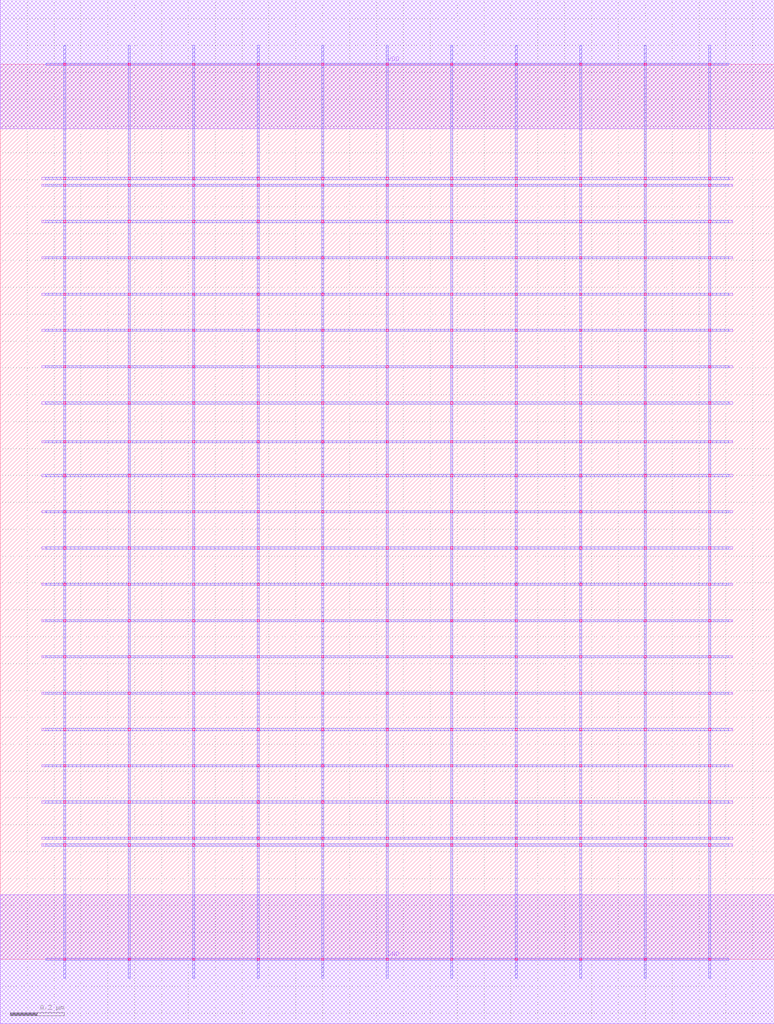
<source format=lef>
MACRO INV
 CLASS CORE ;
 FOREIGN INV 0 0 ;
 SIZE 2.88 BY 3.33 ;
 ORIGIN 0 0 ;
 SYMMETRY X Y R90 ;
 SITE unit ;
  PIN VDD
   DIRECTION INOUT ;
   USE POWER ;
   SHAPE ABUTMENT ;
    PORT
     CLASS CORE ;
       LAYER li1 ;
        RECT 0.00000000 3.09000000 2.88000000 3.57000000 ;
    END
  END VDD

  PIN GND
   DIRECTION INOUT ;
   USE POWER ;
   SHAPE ABUTMENT ;
    PORT
     CLASS CORE ;
       LAYER li1 ;
        RECT 0.00000000 -0.24000000 2.88000000 0.24000000 ;
    END
  END GND

 OBS
    LAYER polycont ;
     RECT 1.43600000 0.98600000 1.44400000 0.99400000 ;
     RECT 1.43600000 1.92100000 1.44400000 1.92900000 ;

    LAYER pdiffc ;
     RECT 0.71600000 2.33600000 0.72400000 2.34400000 ;
     RECT 0.95600000 2.33600000 0.96400000 2.34400000 ;
     RECT 1.91600000 2.33600000 1.92400000 2.34400000 ;
     RECT 2.15600000 2.33600000 2.16400000 2.34400000 ;
     RECT 0.71600000 2.47100000 0.72400000 2.47900000 ;
     RECT 0.95600000 2.47100000 0.96400000 2.47900000 ;
     RECT 1.91600000 2.47100000 1.92400000 2.47900000 ;
     RECT 2.15600000 2.47100000 2.16400000 2.47900000 ;
     RECT 0.71600000 2.60600000 0.72400000 2.61400000 ;
     RECT 0.95600000 2.60600000 0.96400000 2.61400000 ;
     RECT 1.91600000 2.60600000 1.92400000 2.61400000 ;
     RECT 2.15600000 2.60600000 2.16400000 2.61400000 ;
     RECT 0.71600000 2.74100000 0.72400000 2.74900000 ;
     RECT 0.95600000 2.74100000 0.96400000 2.74900000 ;
     RECT 1.91600000 2.74100000 1.92400000 2.74900000 ;
     RECT 2.15600000 2.74100000 2.16400000 2.74900000 ;
     RECT 0.71600000 2.87600000 0.72400000 2.88400000 ;
     RECT 0.95600000 2.87600000 0.96400000 2.88400000 ;
     RECT 1.91600000 2.87600000 1.92400000 2.88400000 ;
     RECT 2.15600000 2.87600000 2.16400000 2.88400000 ;
     RECT 0.71600000 2.90100000 0.72400000 2.90900000 ;
     RECT 0.95600000 2.90100000 0.96400000 2.90900000 ;
     RECT 1.91600000 2.90100000 1.92400000 2.90900000 ;
     RECT 2.15600000 2.90100000 2.16400000 2.90900000 ;

    LAYER ndiffc ;
     RECT 0.71600000 0.42100000 0.72400000 0.42900000 ;
     RECT 0.95600000 0.42100000 0.96400000 0.42900000 ;
     RECT 1.91600000 0.42100000 1.92400000 0.42900000 ;
     RECT 2.15600000 0.42100000 2.16400000 0.42900000 ;
     RECT 0.71600000 0.44600000 0.72400000 0.45400000 ;
     RECT 0.95600000 0.44600000 0.96400000 0.45400000 ;
     RECT 1.91600000 0.44600000 1.92400000 0.45400000 ;
     RECT 2.15600000 0.44600000 2.16400000 0.45400000 ;
     RECT 0.71600000 0.58100000 0.72400000 0.58900000 ;
     RECT 0.95600000 0.58100000 0.96400000 0.58900000 ;
     RECT 1.91600000 0.58100000 1.92400000 0.58900000 ;
     RECT 2.15600000 0.58100000 2.16400000 0.58900000 ;

    LAYER li1 ;
     RECT 0.00000000 -0.24000000 2.88000000 0.24000000 ;
     RECT 1.43600000 0.24000000 1.44400000 0.42100000 ;
     RECT 0.15500000 0.42100000 2.72500000 0.42900000 ;
     RECT 1.43600000 0.42900000 1.44400000 0.44600000 ;
     RECT 0.15500000 0.44600000 2.72500000 0.45400000 ;
     RECT 1.43600000 0.45400000 1.44400000 0.58100000 ;
     RECT 0.15500000 0.58100000 2.72500000 0.58900000 ;
     RECT 1.43600000 0.58900000 1.44400000 0.71600000 ;
     RECT 0.15500000 0.71600000 2.72500000 0.72400000 ;
     RECT 1.43600000 0.72400000 1.44400000 0.85100000 ;
     RECT 0.15500000 0.85100000 2.72500000 0.85900000 ;
     RECT 1.43600000 0.85900000 1.44400000 0.98600000 ;
     RECT 0.15500000 0.98600000 2.72500000 0.99400000 ;
     RECT 1.43600000 0.99400000 1.44400000 1.12100000 ;
     RECT 0.15500000 1.12100000 2.72500000 1.12900000 ;
     RECT 1.43600000 1.12900000 1.44400000 1.25600000 ;
     RECT 0.15500000 1.25600000 2.72500000 1.26400000 ;
     RECT 1.43600000 1.26400000 1.44400000 1.39100000 ;
     RECT 0.15500000 1.39100000 2.72500000 1.39900000 ;
     RECT 1.43600000 1.39900000 1.44400000 1.52600000 ;
     RECT 0.15500000 1.52600000 2.72500000 1.53400000 ;
     RECT 1.43600000 1.53400000 1.44400000 1.66100000 ;
     RECT 0.15500000 1.66100000 2.72500000 1.66900000 ;
     RECT 1.43600000 1.66900000 1.44400000 1.79600000 ;
     RECT 0.15500000 1.79600000 2.72500000 1.80400000 ;
     RECT 1.43600000 1.80400000 1.44400000 1.92100000 ;
     RECT 0.15500000 1.92100000 2.72500000 1.92900000 ;
     RECT 1.43600000 1.92900000 1.44400000 2.06600000 ;
     RECT 0.15500000 2.06600000 2.72500000 2.07400000 ;
     RECT 1.43600000 2.07400000 1.44400000 2.20100000 ;
     RECT 0.15500000 2.20100000 2.72500000 2.20900000 ;
     RECT 1.43600000 2.20900000 1.44400000 2.33600000 ;
     RECT 0.15500000 2.33600000 2.72500000 2.34400000 ;
     RECT 1.43600000 2.34400000 1.44400000 2.47100000 ;
     RECT 0.15500000 2.47100000 2.72500000 2.47900000 ;
     RECT 1.43600000 2.47900000 1.44400000 2.60600000 ;
     RECT 0.15500000 2.60600000 2.72500000 2.61400000 ;
     RECT 1.43600000 2.61400000 1.44400000 2.74100000 ;
     RECT 0.15500000 2.74100000 2.72500000 2.74900000 ;
     RECT 1.43600000 2.74900000 1.44400000 2.87600000 ;
     RECT 0.15500000 2.87600000 2.72500000 2.88400000 ;
     RECT 1.43600000 2.88400000 1.44400000 2.90100000 ;
     RECT 0.15500000 2.90100000 2.72500000 2.90900000 ;
     RECT 1.43600000 2.90900000 1.44400000 3.09000000 ;
     RECT 0.00000000 3.09000000 2.88000000 3.57000000 ;
     RECT 1.67600000 2.07400000 1.68400000 2.20100000 ;
     RECT 1.91600000 2.07400000 1.92400000 2.20100000 ;
     RECT 2.15600000 2.07400000 2.16400000 2.20100000 ;
     RECT 2.39600000 2.07400000 2.40400000 2.20100000 ;
     RECT 2.63600000 2.07400000 2.64400000 2.20100000 ;
     RECT 1.91600000 1.66900000 1.92400000 1.79600000 ;
     RECT 1.67600000 1.80400000 1.68400000 1.92100000 ;
     RECT 1.67600000 2.20900000 1.68400000 2.33600000 ;
     RECT 1.91600000 2.20900000 1.92400000 2.33600000 ;
     RECT 2.15600000 2.20900000 2.16400000 2.33600000 ;
     RECT 2.39600000 2.20900000 2.40400000 2.33600000 ;
     RECT 2.63600000 2.20900000 2.64400000 2.33600000 ;
     RECT 1.91600000 1.80400000 1.92400000 1.92100000 ;
     RECT 2.15600000 1.80400000 2.16400000 1.92100000 ;
     RECT 1.67600000 2.34400000 1.68400000 2.47100000 ;
     RECT 1.91600000 2.34400000 1.92400000 2.47100000 ;
     RECT 2.15600000 2.34400000 2.16400000 2.47100000 ;
     RECT 2.39600000 2.34400000 2.40400000 2.47100000 ;
     RECT 2.63600000 2.34400000 2.64400000 2.47100000 ;
     RECT 2.39600000 1.80400000 2.40400000 1.92100000 ;
     RECT 2.63600000 1.80400000 2.64400000 1.92100000 ;
     RECT 1.67600000 2.47900000 1.68400000 2.60600000 ;
     RECT 1.91600000 2.47900000 1.92400000 2.60600000 ;
     RECT 2.15600000 2.47900000 2.16400000 2.60600000 ;
     RECT 2.39600000 2.47900000 2.40400000 2.60600000 ;
     RECT 2.63600000 2.47900000 2.64400000 2.60600000 ;
     RECT 2.15600000 1.66900000 2.16400000 1.79600000 ;
     RECT 2.39600000 1.66900000 2.40400000 1.79600000 ;
     RECT 1.67600000 2.61400000 1.68400000 2.74100000 ;
     RECT 1.91600000 2.61400000 1.92400000 2.74100000 ;
     RECT 2.15600000 2.61400000 2.16400000 2.74100000 ;
     RECT 2.39600000 2.61400000 2.40400000 2.74100000 ;
     RECT 2.63600000 2.61400000 2.64400000 2.74100000 ;
     RECT 1.67600000 1.92900000 1.68400000 2.06600000 ;
     RECT 1.91600000 1.92900000 1.92400000 2.06600000 ;
     RECT 1.67600000 2.74900000 1.68400000 2.87600000 ;
     RECT 1.91600000 2.74900000 1.92400000 2.87600000 ;
     RECT 2.15600000 2.74900000 2.16400000 2.87600000 ;
     RECT 2.39600000 2.74900000 2.40400000 2.87600000 ;
     RECT 2.63600000 2.74900000 2.64400000 2.87600000 ;
     RECT 2.15600000 1.92900000 2.16400000 2.06600000 ;
     RECT 2.39600000 1.92900000 2.40400000 2.06600000 ;
     RECT 1.67600000 2.88400000 1.68400000 2.90100000 ;
     RECT 1.91600000 2.88400000 1.92400000 2.90100000 ;
     RECT 2.15600000 2.88400000 2.16400000 2.90100000 ;
     RECT 2.39600000 2.88400000 2.40400000 2.90100000 ;
     RECT 2.63600000 2.88400000 2.64400000 2.90100000 ;
     RECT 2.63600000 1.92900000 2.64400000 2.06600000 ;
     RECT 2.63600000 1.66900000 2.64400000 1.79600000 ;
     RECT 1.67600000 2.90900000 1.68400000 3.09000000 ;
     RECT 1.91600000 2.90900000 1.92400000 3.09000000 ;
     RECT 2.15600000 2.90900000 2.16400000 3.09000000 ;
     RECT 2.39600000 2.90900000 2.40400000 3.09000000 ;
     RECT 2.63600000 2.90900000 2.64400000 3.09000000 ;
     RECT 1.67600000 1.66900000 1.68400000 1.79600000 ;
     RECT 0.23600000 1.80400000 0.24400000 1.92100000 ;
     RECT 0.47600000 1.80400000 0.48400000 1.92100000 ;
     RECT 0.23600000 1.92900000 0.24400000 2.06600000 ;
     RECT 0.47600000 1.92900000 0.48400000 2.06600000 ;
     RECT 0.71600000 1.92900000 0.72400000 2.06600000 ;
     RECT 0.95600000 1.92900000 0.96400000 2.06600000 ;
     RECT 0.23600000 2.20900000 0.24400000 2.33600000 ;
     RECT 0.23600000 2.61400000 0.24400000 2.74100000 ;
     RECT 0.47600000 2.61400000 0.48400000 2.74100000 ;
     RECT 0.71600000 2.61400000 0.72400000 2.74100000 ;
     RECT 0.95600000 2.61400000 0.96400000 2.74100000 ;
     RECT 1.19600000 2.61400000 1.20400000 2.74100000 ;
     RECT 0.47600000 2.20900000 0.48400000 2.33600000 ;
     RECT 0.71600000 2.20900000 0.72400000 2.33600000 ;
     RECT 0.95600000 2.20900000 0.96400000 2.33600000 ;
     RECT 1.19600000 2.20900000 1.20400000 2.33600000 ;
     RECT 1.19600000 1.92900000 1.20400000 2.06600000 ;
     RECT 0.71600000 1.80400000 0.72400000 1.92100000 ;
     RECT 0.95600000 1.80400000 0.96400000 1.92100000 ;
     RECT 0.23600000 2.74900000 0.24400000 2.87600000 ;
     RECT 0.47600000 2.74900000 0.48400000 2.87600000 ;
     RECT 0.71600000 2.74900000 0.72400000 2.87600000 ;
     RECT 0.95600000 2.74900000 0.96400000 2.87600000 ;
     RECT 1.19600000 2.74900000 1.20400000 2.87600000 ;
     RECT 1.19600000 1.80400000 1.20400000 1.92100000 ;
     RECT 0.71600000 1.66900000 0.72400000 1.79600000 ;
     RECT 0.95600000 1.66900000 0.96400000 1.79600000 ;
     RECT 1.19600000 1.66900000 1.20400000 1.79600000 ;
     RECT 0.23600000 2.34400000 0.24400000 2.47100000 ;
     RECT 0.47600000 2.34400000 0.48400000 2.47100000 ;
     RECT 0.71600000 2.34400000 0.72400000 2.47100000 ;
     RECT 0.23600000 2.88400000 0.24400000 2.90100000 ;
     RECT 0.47600000 2.88400000 0.48400000 2.90100000 ;
     RECT 0.71600000 2.88400000 0.72400000 2.90100000 ;
     RECT 0.95600000 2.88400000 0.96400000 2.90100000 ;
     RECT 1.19600000 2.88400000 1.20400000 2.90100000 ;
     RECT 0.95600000 2.34400000 0.96400000 2.47100000 ;
     RECT 1.19600000 2.34400000 1.20400000 2.47100000 ;
     RECT 0.23600000 1.66900000 0.24400000 1.79600000 ;
     RECT 0.23600000 2.07400000 0.24400000 2.20100000 ;
     RECT 0.47600000 2.07400000 0.48400000 2.20100000 ;
     RECT 0.71600000 2.07400000 0.72400000 2.20100000 ;
     RECT 0.95600000 2.07400000 0.96400000 2.20100000 ;
     RECT 0.23600000 2.90900000 0.24400000 3.09000000 ;
     RECT 0.47600000 2.90900000 0.48400000 3.09000000 ;
     RECT 0.71600000 2.90900000 0.72400000 3.09000000 ;
     RECT 0.95600000 2.90900000 0.96400000 3.09000000 ;
     RECT 1.19600000 2.90900000 1.20400000 3.09000000 ;
     RECT 1.19600000 2.07400000 1.20400000 2.20100000 ;
     RECT 0.47600000 1.66900000 0.48400000 1.79600000 ;
     RECT 0.23600000 2.47900000 0.24400000 2.60600000 ;
     RECT 0.47600000 2.47900000 0.48400000 2.60600000 ;
     RECT 0.71600000 2.47900000 0.72400000 2.60600000 ;
     RECT 0.95600000 2.47900000 0.96400000 2.60600000 ;
     RECT 1.19600000 2.47900000 1.20400000 2.60600000 ;
     RECT 0.71600000 0.99400000 0.72400000 1.12100000 ;
     RECT 0.95600000 0.99400000 0.96400000 1.12100000 ;
     RECT 1.19600000 0.99400000 1.20400000 1.12100000 ;
     RECT 0.71600000 0.24000000 0.72400000 0.42100000 ;
     RECT 0.95600000 0.24000000 0.96400000 0.42100000 ;
     RECT 0.23600000 1.12900000 0.24400000 1.25600000 ;
     RECT 0.47600000 1.12900000 0.48400000 1.25600000 ;
     RECT 0.71600000 1.12900000 0.72400000 1.25600000 ;
     RECT 0.95600000 1.12900000 0.96400000 1.25600000 ;
     RECT 1.19600000 1.12900000 1.20400000 1.25600000 ;
     RECT 0.23600000 0.45400000 0.24400000 0.58100000 ;
     RECT 0.47600000 0.45400000 0.48400000 0.58100000 ;
     RECT 0.23600000 1.26400000 0.24400000 1.39100000 ;
     RECT 0.47600000 1.26400000 0.48400000 1.39100000 ;
     RECT 0.71600000 1.26400000 0.72400000 1.39100000 ;
     RECT 0.95600000 1.26400000 0.96400000 1.39100000 ;
     RECT 1.19600000 1.26400000 1.20400000 1.39100000 ;
     RECT 0.71600000 0.45400000 0.72400000 0.58100000 ;
     RECT 0.95600000 0.45400000 0.96400000 0.58100000 ;
     RECT 0.23600000 1.39900000 0.24400000 1.52600000 ;
     RECT 0.47600000 1.39900000 0.48400000 1.52600000 ;
     RECT 0.71600000 1.39900000 0.72400000 1.52600000 ;
     RECT 0.95600000 1.39900000 0.96400000 1.52600000 ;
     RECT 1.19600000 1.39900000 1.20400000 1.52600000 ;
     RECT 1.19600000 0.45400000 1.20400000 0.58100000 ;
     RECT 1.19600000 0.24000000 1.20400000 0.42100000 ;
     RECT 0.23600000 1.53400000 0.24400000 1.66100000 ;
     RECT 0.47600000 1.53400000 0.48400000 1.66100000 ;
     RECT 0.71600000 1.53400000 0.72400000 1.66100000 ;
     RECT 0.95600000 1.53400000 0.96400000 1.66100000 ;
     RECT 1.19600000 1.53400000 1.20400000 1.66100000 ;
     RECT 0.23600000 0.24000000 0.24400000 0.42100000 ;
     RECT 0.23600000 0.58900000 0.24400000 0.71600000 ;
     RECT 0.47600000 0.58900000 0.48400000 0.71600000 ;
     RECT 0.71600000 0.58900000 0.72400000 0.71600000 ;
     RECT 0.95600000 0.58900000 0.96400000 0.71600000 ;
     RECT 1.19600000 0.58900000 1.20400000 0.71600000 ;
     RECT 0.47600000 0.24000000 0.48400000 0.42100000 ;
     RECT 0.23600000 0.42900000 0.24400000 0.44600000 ;
     RECT 0.23600000 0.72400000 0.24400000 0.85100000 ;
     RECT 0.47600000 0.72400000 0.48400000 0.85100000 ;
     RECT 0.71600000 0.72400000 0.72400000 0.85100000 ;
     RECT 0.95600000 0.72400000 0.96400000 0.85100000 ;
     RECT 1.19600000 0.72400000 1.20400000 0.85100000 ;
     RECT 0.47600000 0.42900000 0.48400000 0.44600000 ;
     RECT 0.71600000 0.42900000 0.72400000 0.44600000 ;
     RECT 0.23600000 0.85900000 0.24400000 0.98600000 ;
     RECT 0.47600000 0.85900000 0.48400000 0.98600000 ;
     RECT 0.71600000 0.85900000 0.72400000 0.98600000 ;
     RECT 0.95600000 0.85900000 0.96400000 0.98600000 ;
     RECT 1.19600000 0.85900000 1.20400000 0.98600000 ;
     RECT 0.95600000 0.42900000 0.96400000 0.44600000 ;
     RECT 1.19600000 0.42900000 1.20400000 0.44600000 ;
     RECT 0.23600000 0.99400000 0.24400000 1.12100000 ;
     RECT 0.47600000 0.99400000 0.48400000 1.12100000 ;
     RECT 2.63600000 0.45400000 2.64400000 0.58100000 ;
     RECT 2.15600000 0.42900000 2.16400000 0.44600000 ;
     RECT 2.39600000 0.42900000 2.40400000 0.44600000 ;
     RECT 1.67600000 1.26400000 1.68400000 1.39100000 ;
     RECT 1.91600000 1.26400000 1.92400000 1.39100000 ;
     RECT 2.15600000 1.26400000 2.16400000 1.39100000 ;
     RECT 2.39600000 1.26400000 2.40400000 1.39100000 ;
     RECT 2.63600000 1.26400000 2.64400000 1.39100000 ;
     RECT 2.63600000 0.42900000 2.64400000 0.44600000 ;
     RECT 2.15600000 0.24000000 2.16400000 0.42100000 ;
     RECT 2.39600000 0.24000000 2.40400000 0.42100000 ;
     RECT 2.63600000 0.24000000 2.64400000 0.42100000 ;
     RECT 1.67600000 0.85900000 1.68400000 0.98600000 ;
     RECT 1.91600000 0.85900000 1.92400000 0.98600000 ;
     RECT 2.15600000 0.85900000 2.16400000 0.98600000 ;
     RECT 1.67600000 1.39900000 1.68400000 1.52600000 ;
     RECT 1.91600000 1.39900000 1.92400000 1.52600000 ;
     RECT 2.15600000 1.39900000 2.16400000 1.52600000 ;
     RECT 2.39600000 1.39900000 2.40400000 1.52600000 ;
     RECT 2.63600000 1.39900000 2.64400000 1.52600000 ;
     RECT 2.39600000 0.85900000 2.40400000 0.98600000 ;
     RECT 2.63600000 0.85900000 2.64400000 0.98600000 ;
     RECT 1.67600000 0.24000000 1.68400000 0.42100000 ;
     RECT 1.67600000 0.58900000 1.68400000 0.71600000 ;
     RECT 1.91600000 0.58900000 1.92400000 0.71600000 ;
     RECT 2.15600000 0.58900000 2.16400000 0.71600000 ;
     RECT 2.39600000 0.58900000 2.40400000 0.71600000 ;
     RECT 1.67600000 1.53400000 1.68400000 1.66100000 ;
     RECT 1.91600000 1.53400000 1.92400000 1.66100000 ;
     RECT 2.15600000 1.53400000 2.16400000 1.66100000 ;
     RECT 2.39600000 1.53400000 2.40400000 1.66100000 ;
     RECT 2.63600000 1.53400000 2.64400000 1.66100000 ;
     RECT 2.63600000 0.58900000 2.64400000 0.71600000 ;
     RECT 1.91600000 0.24000000 1.92400000 0.42100000 ;
     RECT 1.67600000 0.99400000 1.68400000 1.12100000 ;
     RECT 1.91600000 0.99400000 1.92400000 1.12100000 ;
     RECT 2.15600000 0.99400000 2.16400000 1.12100000 ;
     RECT 2.39600000 0.99400000 2.40400000 1.12100000 ;
     RECT 2.63600000 0.99400000 2.64400000 1.12100000 ;
     RECT 1.67600000 0.42900000 1.68400000 0.44600000 ;
     RECT 1.91600000 0.42900000 1.92400000 0.44600000 ;
     RECT 1.67600000 0.45400000 1.68400000 0.58100000 ;
     RECT 1.91600000 0.45400000 1.92400000 0.58100000 ;
     RECT 2.15600000 0.45400000 2.16400000 0.58100000 ;
     RECT 2.39600000 0.45400000 2.40400000 0.58100000 ;
     RECT 1.67600000 0.72400000 1.68400000 0.85100000 ;
     RECT 1.67600000 1.12900000 1.68400000 1.25600000 ;
     RECT 1.91600000 1.12900000 1.92400000 1.25600000 ;
     RECT 2.15600000 1.12900000 2.16400000 1.25600000 ;
     RECT 2.39600000 1.12900000 2.40400000 1.25600000 ;
     RECT 2.63600000 1.12900000 2.64400000 1.25600000 ;
     RECT 1.91600000 0.72400000 1.92400000 0.85100000 ;
     RECT 2.15600000 0.72400000 2.16400000 0.85100000 ;
     RECT 2.39600000 0.72400000 2.40400000 0.85100000 ;
     RECT 2.63600000 0.72400000 2.64400000 0.85100000 ;

    LAYER viali ;
     RECT 1.43600000 -0.00400000 1.44400000 0.00400000 ;
     RECT 1.43600000 0.42100000 1.44400000 0.42900000 ;
     RECT 1.43600000 0.44600000 1.44400000 0.45400000 ;
     RECT 1.43600000 0.58100000 1.44400000 0.58900000 ;
     RECT 1.43600000 0.71600000 1.44400000 0.72400000 ;
     RECT 1.43600000 0.85100000 1.44400000 0.85900000 ;
     RECT 1.43600000 0.98600000 1.44400000 0.99400000 ;
     RECT 1.43600000 1.12100000 1.44400000 1.12900000 ;
     RECT 1.43600000 1.25600000 1.44400000 1.26400000 ;
     RECT 1.43600000 1.39100000 1.44400000 1.39900000 ;
     RECT 1.43600000 1.52600000 1.44400000 1.53400000 ;
     RECT 0.23600000 1.66100000 0.24400000 1.66900000 ;
     RECT 0.47600000 1.66100000 0.48400000 1.66900000 ;
     RECT 0.71600000 1.66100000 0.72400000 1.66900000 ;
     RECT 0.95600000 1.66100000 0.96400000 1.66900000 ;
     RECT 1.19600000 1.66100000 1.20400000 1.66900000 ;
     RECT 1.43600000 1.66100000 1.44400000 1.66900000 ;
     RECT 1.67600000 1.66100000 1.68400000 1.66900000 ;
     RECT 1.91600000 1.66100000 1.92400000 1.66900000 ;
     RECT 2.15600000 1.66100000 2.16400000 1.66900000 ;
     RECT 2.39600000 1.66100000 2.40400000 1.66900000 ;
     RECT 2.63600000 1.66100000 2.64400000 1.66900000 ;
     RECT 1.43600000 1.79600000 1.44400000 1.80400000 ;
     RECT 1.43600000 1.92100000 1.44400000 1.92900000 ;
     RECT 1.43600000 2.06600000 1.44400000 2.07400000 ;
     RECT 1.43600000 2.20100000 1.44400000 2.20900000 ;
     RECT 1.43600000 2.33600000 1.44400000 2.34400000 ;
     RECT 1.43600000 2.47100000 1.44400000 2.47900000 ;
     RECT 1.43600000 2.60600000 1.44400000 2.61400000 ;
     RECT 1.43600000 2.74100000 1.44400000 2.74900000 ;
     RECT 1.43600000 2.87600000 1.44400000 2.88400000 ;
     RECT 1.43600000 2.90100000 1.44400000 2.90900000 ;
     RECT 1.43600000 3.32600000 1.44400000 3.33400000 ;
     RECT 2.63600000 1.92100000 2.64400000 1.92900000 ;
     RECT 1.91600000 1.79600000 1.92400000 1.80400000 ;
     RECT 1.67600000 2.06600000 1.68400000 2.07400000 ;
     RECT 1.91600000 2.06600000 1.92400000 2.07400000 ;
     RECT 2.15600000 2.06600000 2.16400000 2.07400000 ;
     RECT 2.39600000 2.06600000 2.40400000 2.07400000 ;
     RECT 2.63600000 2.06600000 2.64400000 2.07400000 ;
     RECT 2.15600000 1.79600000 2.16400000 1.80400000 ;
     RECT 1.67600000 2.20100000 1.68400000 2.20900000 ;
     RECT 1.91600000 2.20100000 1.92400000 2.20900000 ;
     RECT 2.15600000 2.20100000 2.16400000 2.20900000 ;
     RECT 2.39600000 2.20100000 2.40400000 2.20900000 ;
     RECT 2.63600000 2.20100000 2.64400000 2.20900000 ;
     RECT 2.39600000 1.79600000 2.40400000 1.80400000 ;
     RECT 1.67600000 2.33600000 1.68400000 2.34400000 ;
     RECT 1.91600000 2.33600000 1.92400000 2.34400000 ;
     RECT 2.15600000 2.33600000 2.16400000 2.34400000 ;
     RECT 2.39600000 2.33600000 2.40400000 2.34400000 ;
     RECT 2.63600000 2.33600000 2.64400000 2.34400000 ;
     RECT 2.63600000 1.79600000 2.64400000 1.80400000 ;
     RECT 1.67600000 2.47100000 1.68400000 2.47900000 ;
     RECT 1.91600000 2.47100000 1.92400000 2.47900000 ;
     RECT 2.15600000 2.47100000 2.16400000 2.47900000 ;
     RECT 2.39600000 2.47100000 2.40400000 2.47900000 ;
     RECT 2.63600000 2.47100000 2.64400000 2.47900000 ;
     RECT 1.67600000 1.79600000 1.68400000 1.80400000 ;
     RECT 1.67600000 2.60600000 1.68400000 2.61400000 ;
     RECT 1.91600000 2.60600000 1.92400000 2.61400000 ;
     RECT 2.15600000 2.60600000 2.16400000 2.61400000 ;
     RECT 2.39600000 2.60600000 2.40400000 2.61400000 ;
     RECT 2.63600000 2.60600000 2.64400000 2.61400000 ;
     RECT 1.67600000 1.92100000 1.68400000 1.92900000 ;
     RECT 1.67600000 2.74100000 1.68400000 2.74900000 ;
     RECT 1.91600000 2.74100000 1.92400000 2.74900000 ;
     RECT 2.15600000 2.74100000 2.16400000 2.74900000 ;
     RECT 2.39600000 2.74100000 2.40400000 2.74900000 ;
     RECT 2.63600000 2.74100000 2.64400000 2.74900000 ;
     RECT 1.91600000 1.92100000 1.92400000 1.92900000 ;
     RECT 1.67600000 2.87600000 1.68400000 2.88400000 ;
     RECT 1.91600000 2.87600000 1.92400000 2.88400000 ;
     RECT 2.15600000 2.87600000 2.16400000 2.88400000 ;
     RECT 2.39600000 2.87600000 2.40400000 2.88400000 ;
     RECT 2.63600000 2.87600000 2.64400000 2.88400000 ;
     RECT 2.15600000 1.92100000 2.16400000 1.92900000 ;
     RECT 1.67600000 2.90100000 1.68400000 2.90900000 ;
     RECT 1.91600000 2.90100000 1.92400000 2.90900000 ;
     RECT 2.15600000 2.90100000 2.16400000 2.90900000 ;
     RECT 2.39600000 2.90100000 2.40400000 2.90900000 ;
     RECT 2.63600000 2.90100000 2.64400000 2.90900000 ;
     RECT 2.39600000 1.92100000 2.40400000 1.92900000 ;
     RECT 1.67600000 3.32600000 1.68400000 3.33400000 ;
     RECT 1.91600000 3.32600000 1.92400000 3.33400000 ;
     RECT 2.15600000 3.32600000 2.16400000 3.33400000 ;
     RECT 2.39600000 3.32600000 2.40400000 3.33400000 ;
     RECT 2.63600000 3.32600000 2.64400000 3.33400000 ;
     RECT 0.23600000 2.60600000 0.24400000 2.61400000 ;
     RECT 0.47600000 2.60600000 0.48400000 2.61400000 ;
     RECT 0.71600000 2.60600000 0.72400000 2.61400000 ;
     RECT 0.95600000 2.60600000 0.96400000 2.61400000 ;
     RECT 1.19600000 2.60600000 1.20400000 2.61400000 ;
     RECT 0.95600000 2.20100000 0.96400000 2.20900000 ;
     RECT 1.19600000 2.20100000 1.20400000 2.20900000 ;
     RECT 0.95600000 1.79600000 0.96400000 1.80400000 ;
     RECT 1.19600000 1.79600000 1.20400000 1.80400000 ;
     RECT 0.23600000 1.79600000 0.24400000 1.80400000 ;
     RECT 0.23600000 1.92100000 0.24400000 1.92900000 ;
     RECT 0.23600000 2.74100000 0.24400000 2.74900000 ;
     RECT 0.47600000 2.74100000 0.48400000 2.74900000 ;
     RECT 0.71600000 2.74100000 0.72400000 2.74900000 ;
     RECT 0.95600000 2.74100000 0.96400000 2.74900000 ;
     RECT 1.19600000 2.74100000 1.20400000 2.74900000 ;
     RECT 0.23600000 2.06600000 0.24400000 2.07400000 ;
     RECT 0.47600000 2.06600000 0.48400000 2.07400000 ;
     RECT 0.23600000 2.33600000 0.24400000 2.34400000 ;
     RECT 0.47600000 2.33600000 0.48400000 2.34400000 ;
     RECT 0.71600000 2.33600000 0.72400000 2.34400000 ;
     RECT 0.95600000 2.33600000 0.96400000 2.34400000 ;
     RECT 0.23600000 2.87600000 0.24400000 2.88400000 ;
     RECT 0.47600000 2.87600000 0.48400000 2.88400000 ;
     RECT 0.71600000 2.87600000 0.72400000 2.88400000 ;
     RECT 0.95600000 2.87600000 0.96400000 2.88400000 ;
     RECT 1.19600000 2.87600000 1.20400000 2.88400000 ;
     RECT 1.19600000 2.33600000 1.20400000 2.34400000 ;
     RECT 0.71600000 2.06600000 0.72400000 2.07400000 ;
     RECT 0.95600000 2.06600000 0.96400000 2.07400000 ;
     RECT 1.19600000 2.06600000 1.20400000 2.07400000 ;
     RECT 0.47600000 1.92100000 0.48400000 1.92900000 ;
     RECT 0.71600000 1.92100000 0.72400000 1.92900000 ;
     RECT 0.23600000 2.90100000 0.24400000 2.90900000 ;
     RECT 0.47600000 2.90100000 0.48400000 2.90900000 ;
     RECT 0.71600000 2.90100000 0.72400000 2.90900000 ;
     RECT 0.95600000 2.90100000 0.96400000 2.90900000 ;
     RECT 1.19600000 2.90100000 1.20400000 2.90900000 ;
     RECT 0.95600000 1.92100000 0.96400000 1.92900000 ;
     RECT 0.23600000 2.47100000 0.24400000 2.47900000 ;
     RECT 0.47600000 2.47100000 0.48400000 2.47900000 ;
     RECT 0.71600000 2.47100000 0.72400000 2.47900000 ;
     RECT 0.95600000 2.47100000 0.96400000 2.47900000 ;
     RECT 1.19600000 2.47100000 1.20400000 2.47900000 ;
     RECT 0.23600000 3.32600000 0.24400000 3.33400000 ;
     RECT 0.47600000 3.32600000 0.48400000 3.33400000 ;
     RECT 0.71600000 3.32600000 0.72400000 3.33400000 ;
     RECT 0.95600000 3.32600000 0.96400000 3.33400000 ;
     RECT 1.19600000 3.32600000 1.20400000 3.33400000 ;
     RECT 1.19600000 1.92100000 1.20400000 1.92900000 ;
     RECT 0.47600000 1.79600000 0.48400000 1.80400000 ;
     RECT 0.71600000 1.79600000 0.72400000 1.80400000 ;
     RECT 0.23600000 2.20100000 0.24400000 2.20900000 ;
     RECT 0.47600000 2.20100000 0.48400000 2.20900000 ;
     RECT 0.71600000 2.20100000 0.72400000 2.20900000 ;
     RECT 0.95600000 0.85100000 0.96400000 0.85900000 ;
     RECT 1.19600000 0.85100000 1.20400000 0.85900000 ;
     RECT 0.23600000 -0.00400000 0.24400000 0.00400000 ;
     RECT 0.23600000 0.98600000 0.24400000 0.99400000 ;
     RECT 0.47600000 0.98600000 0.48400000 0.99400000 ;
     RECT 0.71600000 0.98600000 0.72400000 0.99400000 ;
     RECT 0.95600000 0.98600000 0.96400000 0.99400000 ;
     RECT 1.19600000 0.98600000 1.20400000 0.99400000 ;
     RECT 0.23600000 0.42100000 0.24400000 0.42900000 ;
     RECT 0.23600000 1.12100000 0.24400000 1.12900000 ;
     RECT 0.47600000 1.12100000 0.48400000 1.12900000 ;
     RECT 0.71600000 1.12100000 0.72400000 1.12900000 ;
     RECT 0.95600000 1.12100000 0.96400000 1.12900000 ;
     RECT 1.19600000 1.12100000 1.20400000 1.12900000 ;
     RECT 0.47600000 0.42100000 0.48400000 0.42900000 ;
     RECT 0.23600000 1.25600000 0.24400000 1.26400000 ;
     RECT 0.47600000 1.25600000 0.48400000 1.26400000 ;
     RECT 0.71600000 1.25600000 0.72400000 1.26400000 ;
     RECT 0.95600000 1.25600000 0.96400000 1.26400000 ;
     RECT 1.19600000 1.25600000 1.20400000 1.26400000 ;
     RECT 0.71600000 0.42100000 0.72400000 0.42900000 ;
     RECT 0.23600000 1.39100000 0.24400000 1.39900000 ;
     RECT 0.47600000 1.39100000 0.48400000 1.39900000 ;
     RECT 0.71600000 1.39100000 0.72400000 1.39900000 ;
     RECT 0.95600000 1.39100000 0.96400000 1.39900000 ;
     RECT 1.19600000 1.39100000 1.20400000 1.39900000 ;
     RECT 0.95600000 0.42100000 0.96400000 0.42900000 ;
     RECT 0.23600000 1.52600000 0.24400000 1.53400000 ;
     RECT 0.47600000 1.52600000 0.48400000 1.53400000 ;
     RECT 0.71600000 1.52600000 0.72400000 1.53400000 ;
     RECT 0.95600000 1.52600000 0.96400000 1.53400000 ;
     RECT 1.19600000 1.52600000 1.20400000 1.53400000 ;
     RECT 1.19600000 0.42100000 1.20400000 0.42900000 ;
     RECT 0.47600000 -0.00400000 0.48400000 0.00400000 ;
     RECT 0.23600000 0.44600000 0.24400000 0.45400000 ;
     RECT 0.47600000 0.44600000 0.48400000 0.45400000 ;
     RECT 0.71600000 0.44600000 0.72400000 0.45400000 ;
     RECT 0.95600000 0.44600000 0.96400000 0.45400000 ;
     RECT 1.19600000 0.44600000 1.20400000 0.45400000 ;
     RECT 0.71600000 -0.00400000 0.72400000 0.00400000 ;
     RECT 0.23600000 0.58100000 0.24400000 0.58900000 ;
     RECT 0.47600000 0.58100000 0.48400000 0.58900000 ;
     RECT 0.71600000 0.58100000 0.72400000 0.58900000 ;
     RECT 0.95600000 0.58100000 0.96400000 0.58900000 ;
     RECT 1.19600000 0.58100000 1.20400000 0.58900000 ;
     RECT 0.95600000 -0.00400000 0.96400000 0.00400000 ;
     RECT 0.23600000 0.71600000 0.24400000 0.72400000 ;
     RECT 0.47600000 0.71600000 0.48400000 0.72400000 ;
     RECT 0.71600000 0.71600000 0.72400000 0.72400000 ;
     RECT 0.95600000 0.71600000 0.96400000 0.72400000 ;
     RECT 1.19600000 0.71600000 1.20400000 0.72400000 ;
     RECT 1.19600000 -0.00400000 1.20400000 0.00400000 ;
     RECT 0.23600000 0.85100000 0.24400000 0.85900000 ;
     RECT 0.47600000 0.85100000 0.48400000 0.85900000 ;
     RECT 0.71600000 0.85100000 0.72400000 0.85900000 ;
     RECT 1.67600000 0.44600000 1.68400000 0.45400000 ;
     RECT 1.91600000 0.44600000 1.92400000 0.45400000 ;
     RECT 1.67600000 0.71600000 1.68400000 0.72400000 ;
     RECT 1.91600000 0.71600000 1.92400000 0.72400000 ;
     RECT 2.15600000 0.71600000 2.16400000 0.72400000 ;
     RECT 2.39600000 0.71600000 2.40400000 0.72400000 ;
     RECT 1.67600000 1.25600000 1.68400000 1.26400000 ;
     RECT 1.91600000 1.25600000 1.92400000 1.26400000 ;
     RECT 2.15600000 1.25600000 2.16400000 1.26400000 ;
     RECT 2.39600000 1.25600000 2.40400000 1.26400000 ;
     RECT 2.63600000 1.25600000 2.64400000 1.26400000 ;
     RECT 2.63600000 0.71600000 2.64400000 0.72400000 ;
     RECT 2.15600000 0.44600000 2.16400000 0.45400000 ;
     RECT 2.39600000 0.44600000 2.40400000 0.45400000 ;
     RECT 2.63600000 0.44600000 2.64400000 0.45400000 ;
     RECT 1.91600000 0.42100000 1.92400000 0.42900000 ;
     RECT 2.15600000 0.42100000 2.16400000 0.42900000 ;
     RECT 1.67600000 1.39100000 1.68400000 1.39900000 ;
     RECT 1.91600000 1.39100000 1.92400000 1.39900000 ;
     RECT 2.15600000 1.39100000 2.16400000 1.39900000 ;
     RECT 2.39600000 1.39100000 2.40400000 1.39900000 ;
     RECT 2.63600000 1.39100000 2.64400000 1.39900000 ;
     RECT 2.39600000 0.42100000 2.40400000 0.42900000 ;
     RECT 1.67600000 0.85100000 1.68400000 0.85900000 ;
     RECT 1.91600000 0.85100000 1.92400000 0.85900000 ;
     RECT 2.15600000 0.85100000 2.16400000 0.85900000 ;
     RECT 2.39600000 0.85100000 2.40400000 0.85900000 ;
     RECT 2.63600000 0.85100000 2.64400000 0.85900000 ;
     RECT 1.67600000 1.52600000 1.68400000 1.53400000 ;
     RECT 1.91600000 1.52600000 1.92400000 1.53400000 ;
     RECT 2.15600000 1.52600000 2.16400000 1.53400000 ;
     RECT 2.39600000 1.52600000 2.40400000 1.53400000 ;
     RECT 2.63600000 1.52600000 2.64400000 1.53400000 ;
     RECT 2.63600000 0.42100000 2.64400000 0.42900000 ;
     RECT 1.91600000 -0.00400000 1.92400000 0.00400000 ;
     RECT 2.15600000 -0.00400000 2.16400000 0.00400000 ;
     RECT 1.67600000 0.58100000 1.68400000 0.58900000 ;
     RECT 1.91600000 0.58100000 1.92400000 0.58900000 ;
     RECT 2.15600000 0.58100000 2.16400000 0.58900000 ;
     RECT 1.67600000 0.98600000 1.68400000 0.99400000 ;
     RECT 1.91600000 0.98600000 1.92400000 0.99400000 ;
     RECT 2.15600000 0.98600000 2.16400000 0.99400000 ;
     RECT 2.39600000 0.98600000 2.40400000 0.99400000 ;
     RECT 2.63600000 0.98600000 2.64400000 0.99400000 ;
     RECT 2.39600000 0.58100000 2.40400000 0.58900000 ;
     RECT 2.63600000 0.58100000 2.64400000 0.58900000 ;
     RECT 2.39600000 -0.00400000 2.40400000 0.00400000 ;
     RECT 2.63600000 -0.00400000 2.64400000 0.00400000 ;
     RECT 1.67600000 -0.00400000 1.68400000 0.00400000 ;
     RECT 1.67600000 0.42100000 1.68400000 0.42900000 ;
     RECT 1.67600000 1.12100000 1.68400000 1.12900000 ;
     RECT 1.91600000 1.12100000 1.92400000 1.12900000 ;
     RECT 2.15600000 1.12100000 2.16400000 1.12900000 ;
     RECT 2.39600000 1.12100000 2.40400000 1.12900000 ;
     RECT 2.63600000 1.12100000 2.64400000 1.12900000 ;

    LAYER met1 ;
     RECT 1.43600000 -0.07000000 1.44400000 -0.00400000 ;
     RECT 0.17000000 -0.00400000 2.71000000 0.00400000 ;
     RECT 1.43600000 0.00400000 1.44400000 0.42100000 ;
     RECT 0.17000000 0.42100000 2.71000000 0.42900000 ;
     RECT 1.43600000 0.42900000 1.44400000 0.44600000 ;
     RECT 0.17000000 0.44600000 2.71000000 0.45400000 ;
     RECT 1.43600000 0.45400000 1.44400000 0.58100000 ;
     RECT 0.17000000 0.58100000 2.71000000 0.58900000 ;
     RECT 1.43600000 0.58900000 1.44400000 0.71600000 ;
     RECT 0.17000000 0.71600000 2.71000000 0.72400000 ;
     RECT 1.43600000 0.72400000 1.44400000 0.85100000 ;
     RECT 0.17000000 0.85100000 2.71000000 0.85900000 ;
     RECT 1.43600000 0.85900000 1.44400000 0.98600000 ;
     RECT 0.17000000 0.98600000 2.71000000 0.99400000 ;
     RECT 1.43600000 0.99400000 1.44400000 1.12100000 ;
     RECT 0.17000000 1.12100000 2.71000000 1.12900000 ;
     RECT 1.43600000 1.12900000 1.44400000 1.25600000 ;
     RECT 0.17000000 1.25600000 2.71000000 1.26400000 ;
     RECT 1.43600000 1.26400000 1.44400000 1.39100000 ;
     RECT 0.17000000 1.39100000 2.71000000 1.39900000 ;
     RECT 1.43600000 1.39900000 1.44400000 1.52600000 ;
     RECT 0.17000000 1.52600000 2.71000000 1.53400000 ;
     RECT 1.43600000 1.53400000 1.44400000 1.66100000 ;
     RECT 0.17000000 1.66100000 2.71000000 1.66900000 ;
     RECT 1.43600000 1.66900000 1.44400000 1.79600000 ;
     RECT 0.17000000 1.79600000 2.71000000 1.80400000 ;
     RECT 1.43600000 1.80400000 1.44400000 1.92100000 ;
     RECT 0.17000000 1.92100000 2.71000000 1.92900000 ;
     RECT 1.43600000 1.92900000 1.44400000 2.06600000 ;
     RECT 0.17000000 2.06600000 2.71000000 2.07400000 ;
     RECT 1.43600000 2.07400000 1.44400000 2.20100000 ;
     RECT 0.17000000 2.20100000 2.71000000 2.20900000 ;
     RECT 1.43600000 2.20900000 1.44400000 2.33600000 ;
     RECT 0.17000000 2.33600000 2.71000000 2.34400000 ;
     RECT 1.43600000 2.34400000 1.44400000 2.47100000 ;
     RECT 0.17000000 2.47100000 2.71000000 2.47900000 ;
     RECT 1.43600000 2.47900000 1.44400000 2.60600000 ;
     RECT 0.17000000 2.60600000 2.71000000 2.61400000 ;
     RECT 1.43600000 2.61400000 1.44400000 2.74100000 ;
     RECT 0.17000000 2.74100000 2.71000000 2.74900000 ;
     RECT 1.43600000 2.74900000 1.44400000 2.87600000 ;
     RECT 0.17000000 2.87600000 2.71000000 2.88400000 ;
     RECT 1.43600000 2.88400000 1.44400000 2.90100000 ;
     RECT 0.17000000 2.90100000 2.71000000 2.90900000 ;
     RECT 1.43600000 2.90900000 1.44400000 3.32600000 ;
     RECT 0.17000000 3.32600000 2.71000000 3.33400000 ;
     RECT 1.43600000 3.33400000 1.44400000 3.40000000 ;
     RECT 1.91600000 2.07400000 1.92400000 2.20100000 ;
     RECT 2.15600000 2.07400000 2.16400000 2.20100000 ;
     RECT 2.39600000 2.07400000 2.40400000 2.20100000 ;
     RECT 2.63600000 2.07400000 2.64400000 2.20100000 ;
     RECT 1.91600000 1.66900000 1.92400000 1.79600000 ;
     RECT 1.67600000 1.80400000 1.68400000 1.92100000 ;
     RECT 1.67600000 2.20900000 1.68400000 2.33600000 ;
     RECT 1.91600000 2.20900000 1.92400000 2.33600000 ;
     RECT 2.15600000 2.20900000 2.16400000 2.33600000 ;
     RECT 2.39600000 2.20900000 2.40400000 2.33600000 ;
     RECT 2.63600000 2.20900000 2.64400000 2.33600000 ;
     RECT 1.91600000 1.80400000 1.92400000 1.92100000 ;
     RECT 2.15600000 1.80400000 2.16400000 1.92100000 ;
     RECT 1.67600000 2.34400000 1.68400000 2.47100000 ;
     RECT 1.91600000 2.34400000 1.92400000 2.47100000 ;
     RECT 2.15600000 2.34400000 2.16400000 2.47100000 ;
     RECT 2.39600000 2.34400000 2.40400000 2.47100000 ;
     RECT 2.63600000 2.34400000 2.64400000 2.47100000 ;
     RECT 2.39600000 1.80400000 2.40400000 1.92100000 ;
     RECT 2.63600000 1.80400000 2.64400000 1.92100000 ;
     RECT 1.67600000 2.47900000 1.68400000 2.60600000 ;
     RECT 1.91600000 2.47900000 1.92400000 2.60600000 ;
     RECT 2.15600000 2.47900000 2.16400000 2.60600000 ;
     RECT 2.39600000 2.47900000 2.40400000 2.60600000 ;
     RECT 2.63600000 2.47900000 2.64400000 2.60600000 ;
     RECT 2.15600000 1.66900000 2.16400000 1.79600000 ;
     RECT 2.39600000 1.66900000 2.40400000 1.79600000 ;
     RECT 1.67600000 2.61400000 1.68400000 2.74100000 ;
     RECT 1.91600000 2.61400000 1.92400000 2.74100000 ;
     RECT 2.15600000 2.61400000 2.16400000 2.74100000 ;
     RECT 2.39600000 2.61400000 2.40400000 2.74100000 ;
     RECT 2.63600000 2.61400000 2.64400000 2.74100000 ;
     RECT 1.67600000 1.92900000 1.68400000 2.06600000 ;
     RECT 1.91600000 1.92900000 1.92400000 2.06600000 ;
     RECT 1.67600000 2.74900000 1.68400000 2.87600000 ;
     RECT 1.91600000 2.74900000 1.92400000 2.87600000 ;
     RECT 2.15600000 2.74900000 2.16400000 2.87600000 ;
     RECT 2.39600000 2.74900000 2.40400000 2.87600000 ;
     RECT 2.63600000 2.74900000 2.64400000 2.87600000 ;
     RECT 2.15600000 1.92900000 2.16400000 2.06600000 ;
     RECT 2.39600000 1.92900000 2.40400000 2.06600000 ;
     RECT 1.67600000 2.88400000 1.68400000 2.90100000 ;
     RECT 1.91600000 2.88400000 1.92400000 2.90100000 ;
     RECT 2.15600000 2.88400000 2.16400000 2.90100000 ;
     RECT 2.39600000 2.88400000 2.40400000 2.90100000 ;
     RECT 2.63600000 2.88400000 2.64400000 2.90100000 ;
     RECT 2.63600000 1.92900000 2.64400000 2.06600000 ;
     RECT 2.63600000 1.66900000 2.64400000 1.79600000 ;
     RECT 1.67600000 2.90900000 1.68400000 3.32600000 ;
     RECT 1.91600000 2.90900000 1.92400000 3.32600000 ;
     RECT 2.15600000 2.90900000 2.16400000 3.32600000 ;
     RECT 2.39600000 2.90900000 2.40400000 3.32600000 ;
     RECT 2.63600000 2.90900000 2.64400000 3.32600000 ;
     RECT 1.67600000 1.66900000 1.68400000 1.79600000 ;
     RECT 1.67600000 2.07400000 1.68400000 2.20100000 ;
     RECT 1.67600000 3.33400000 1.68400000 3.40000000 ;
     RECT 1.91600000 3.33400000 1.92400000 3.40000000 ;
     RECT 2.15600000 3.33400000 2.16400000 3.40000000 ;
     RECT 2.39600000 3.33400000 2.40400000 3.40000000 ;
     RECT 2.63600000 3.33400000 2.64400000 3.40000000 ;
     RECT 0.23600000 2.20900000 0.24400000 2.33600000 ;
     RECT 0.23600000 2.61400000 0.24400000 2.74100000 ;
     RECT 0.47600000 2.61400000 0.48400000 2.74100000 ;
     RECT 0.71600000 2.61400000 0.72400000 2.74100000 ;
     RECT 0.95600000 2.61400000 0.96400000 2.74100000 ;
     RECT 1.19600000 2.61400000 1.20400000 2.74100000 ;
     RECT 0.47600000 2.20900000 0.48400000 2.33600000 ;
     RECT 0.71600000 2.20900000 0.72400000 2.33600000 ;
     RECT 0.95600000 2.20900000 0.96400000 2.33600000 ;
     RECT 1.19600000 2.20900000 1.20400000 2.33600000 ;
     RECT 1.19600000 1.92900000 1.20400000 2.06600000 ;
     RECT 0.71600000 1.80400000 0.72400000 1.92100000 ;
     RECT 0.95600000 1.80400000 0.96400000 1.92100000 ;
     RECT 0.23600000 2.74900000 0.24400000 2.87600000 ;
     RECT 0.47600000 2.74900000 0.48400000 2.87600000 ;
     RECT 0.71600000 2.74900000 0.72400000 2.87600000 ;
     RECT 0.95600000 2.74900000 0.96400000 2.87600000 ;
     RECT 1.19600000 2.74900000 1.20400000 2.87600000 ;
     RECT 1.19600000 1.80400000 1.20400000 1.92100000 ;
     RECT 0.71600000 1.66900000 0.72400000 1.79600000 ;
     RECT 0.95600000 1.66900000 0.96400000 1.79600000 ;
     RECT 1.19600000 1.66900000 1.20400000 1.79600000 ;
     RECT 0.23600000 2.34400000 0.24400000 2.47100000 ;
     RECT 0.47600000 2.34400000 0.48400000 2.47100000 ;
     RECT 0.71600000 2.34400000 0.72400000 2.47100000 ;
     RECT 0.23600000 2.88400000 0.24400000 2.90100000 ;
     RECT 0.47600000 2.88400000 0.48400000 2.90100000 ;
     RECT 0.71600000 2.88400000 0.72400000 2.90100000 ;
     RECT 0.95600000 2.88400000 0.96400000 2.90100000 ;
     RECT 1.19600000 2.88400000 1.20400000 2.90100000 ;
     RECT 0.95600000 2.34400000 0.96400000 2.47100000 ;
     RECT 1.19600000 2.34400000 1.20400000 2.47100000 ;
     RECT 0.23600000 1.66900000 0.24400000 1.79600000 ;
     RECT 0.23600000 2.07400000 0.24400000 2.20100000 ;
     RECT 0.47600000 2.07400000 0.48400000 2.20100000 ;
     RECT 0.71600000 2.07400000 0.72400000 2.20100000 ;
     RECT 0.95600000 2.07400000 0.96400000 2.20100000 ;
     RECT 0.23600000 2.90900000 0.24400000 3.32600000 ;
     RECT 0.47600000 2.90900000 0.48400000 3.32600000 ;
     RECT 0.71600000 2.90900000 0.72400000 3.32600000 ;
     RECT 0.95600000 2.90900000 0.96400000 3.32600000 ;
     RECT 1.19600000 2.90900000 1.20400000 3.32600000 ;
     RECT 1.19600000 2.07400000 1.20400000 2.20100000 ;
     RECT 0.47600000 1.66900000 0.48400000 1.79600000 ;
     RECT 0.23600000 2.47900000 0.24400000 2.60600000 ;
     RECT 0.47600000 2.47900000 0.48400000 2.60600000 ;
     RECT 0.71600000 2.47900000 0.72400000 2.60600000 ;
     RECT 0.95600000 2.47900000 0.96400000 2.60600000 ;
     RECT 1.19600000 2.47900000 1.20400000 2.60600000 ;
     RECT 0.23600000 3.33400000 0.24400000 3.40000000 ;
     RECT 0.47600000 3.33400000 0.48400000 3.40000000 ;
     RECT 0.71600000 3.33400000 0.72400000 3.40000000 ;
     RECT 0.95600000 3.33400000 0.96400000 3.40000000 ;
     RECT 1.19600000 3.33400000 1.20400000 3.40000000 ;
     RECT 0.23600000 1.80400000 0.24400000 1.92100000 ;
     RECT 0.47600000 1.80400000 0.48400000 1.92100000 ;
     RECT 0.23600000 1.92900000 0.24400000 2.06600000 ;
     RECT 0.47600000 1.92900000 0.48400000 2.06600000 ;
     RECT 0.71600000 1.92900000 0.72400000 2.06600000 ;
     RECT 0.95600000 1.92900000 0.96400000 2.06600000 ;
     RECT 0.71600000 -0.07000000 0.72400000 -0.00400000 ;
     RECT 0.95600000 -0.07000000 0.96400000 -0.00400000 ;
     RECT 0.23600000 0.99400000 0.24400000 1.12100000 ;
     RECT 0.47600000 0.99400000 0.48400000 1.12100000 ;
     RECT 0.71600000 0.99400000 0.72400000 1.12100000 ;
     RECT 0.95600000 0.99400000 0.96400000 1.12100000 ;
     RECT 1.19600000 0.99400000 1.20400000 1.12100000 ;
     RECT 0.23600000 0.42900000 0.24400000 0.44600000 ;
     RECT 0.47600000 0.42900000 0.48400000 0.44600000 ;
     RECT 0.23600000 1.12900000 0.24400000 1.25600000 ;
     RECT 0.47600000 1.12900000 0.48400000 1.25600000 ;
     RECT 0.71600000 1.12900000 0.72400000 1.25600000 ;
     RECT 0.95600000 1.12900000 0.96400000 1.25600000 ;
     RECT 1.19600000 1.12900000 1.20400000 1.25600000 ;
     RECT 0.71600000 0.42900000 0.72400000 0.44600000 ;
     RECT 0.95600000 0.42900000 0.96400000 0.44600000 ;
     RECT 0.23600000 1.26400000 0.24400000 1.39100000 ;
     RECT 0.47600000 1.26400000 0.48400000 1.39100000 ;
     RECT 0.71600000 1.26400000 0.72400000 1.39100000 ;
     RECT 0.95600000 1.26400000 0.96400000 1.39100000 ;
     RECT 1.19600000 1.26400000 1.20400000 1.39100000 ;
     RECT 1.19600000 0.42900000 1.20400000 0.44600000 ;
     RECT 1.19600000 -0.07000000 1.20400000 -0.00400000 ;
     RECT 0.23600000 1.39900000 0.24400000 1.52600000 ;
     RECT 0.47600000 1.39900000 0.48400000 1.52600000 ;
     RECT 0.71600000 1.39900000 0.72400000 1.52600000 ;
     RECT 0.95600000 1.39900000 0.96400000 1.52600000 ;
     RECT 1.19600000 1.39900000 1.20400000 1.52600000 ;
     RECT 0.23600000 -0.07000000 0.24400000 -0.00400000 ;
     RECT 0.23600000 0.45400000 0.24400000 0.58100000 ;
     RECT 0.23600000 1.53400000 0.24400000 1.66100000 ;
     RECT 0.47600000 1.53400000 0.48400000 1.66100000 ;
     RECT 0.71600000 1.53400000 0.72400000 1.66100000 ;
     RECT 0.95600000 1.53400000 0.96400000 1.66100000 ;
     RECT 1.19600000 1.53400000 1.20400000 1.66100000 ;
     RECT 0.47600000 0.45400000 0.48400000 0.58100000 ;
     RECT 0.71600000 0.45400000 0.72400000 0.58100000 ;
     RECT 0.95600000 0.45400000 0.96400000 0.58100000 ;
     RECT 1.19600000 0.45400000 1.20400000 0.58100000 ;
     RECT 0.47600000 -0.07000000 0.48400000 -0.00400000 ;
     RECT 0.23600000 0.00400000 0.24400000 0.42100000 ;
     RECT 0.23600000 0.58900000 0.24400000 0.71600000 ;
     RECT 0.47600000 0.58900000 0.48400000 0.71600000 ;
     RECT 0.71600000 0.58900000 0.72400000 0.71600000 ;
     RECT 0.95600000 0.58900000 0.96400000 0.71600000 ;
     RECT 1.19600000 0.58900000 1.20400000 0.71600000 ;
     RECT 0.47600000 0.00400000 0.48400000 0.42100000 ;
     RECT 0.71600000 0.00400000 0.72400000 0.42100000 ;
     RECT 0.23600000 0.72400000 0.24400000 0.85100000 ;
     RECT 0.47600000 0.72400000 0.48400000 0.85100000 ;
     RECT 0.71600000 0.72400000 0.72400000 0.85100000 ;
     RECT 0.95600000 0.72400000 0.96400000 0.85100000 ;
     RECT 1.19600000 0.72400000 1.20400000 0.85100000 ;
     RECT 0.95600000 0.00400000 0.96400000 0.42100000 ;
     RECT 1.19600000 0.00400000 1.20400000 0.42100000 ;
     RECT 0.23600000 0.85900000 0.24400000 0.98600000 ;
     RECT 0.47600000 0.85900000 0.48400000 0.98600000 ;
     RECT 0.71600000 0.85900000 0.72400000 0.98600000 ;
     RECT 0.95600000 0.85900000 0.96400000 0.98600000 ;
     RECT 1.19600000 0.85900000 1.20400000 0.98600000 ;
     RECT 2.63600000 0.00400000 2.64400000 0.42100000 ;
     RECT 2.15600000 -0.07000000 2.16400000 -0.00400000 ;
     RECT 2.39600000 -0.07000000 2.40400000 -0.00400000 ;
     RECT 2.63600000 -0.07000000 2.64400000 -0.00400000 ;
     RECT 1.67600000 0.72400000 1.68400000 0.85100000 ;
     RECT 1.91600000 0.72400000 1.92400000 0.85100000 ;
     RECT 2.15600000 0.72400000 2.16400000 0.85100000 ;
     RECT 1.67600000 1.26400000 1.68400000 1.39100000 ;
     RECT 1.91600000 1.26400000 1.92400000 1.39100000 ;
     RECT 2.15600000 1.26400000 2.16400000 1.39100000 ;
     RECT 2.39600000 1.26400000 2.40400000 1.39100000 ;
     RECT 2.63600000 1.26400000 2.64400000 1.39100000 ;
     RECT 2.39600000 0.72400000 2.40400000 0.85100000 ;
     RECT 2.63600000 0.72400000 2.64400000 0.85100000 ;
     RECT 1.67600000 -0.07000000 1.68400000 -0.00400000 ;
     RECT 1.67600000 0.45400000 1.68400000 0.58100000 ;
     RECT 1.91600000 0.45400000 1.92400000 0.58100000 ;
     RECT 2.15600000 0.45400000 2.16400000 0.58100000 ;
     RECT 2.39600000 0.45400000 2.40400000 0.58100000 ;
     RECT 1.67600000 1.39900000 1.68400000 1.52600000 ;
     RECT 1.91600000 1.39900000 1.92400000 1.52600000 ;
     RECT 2.15600000 1.39900000 2.16400000 1.52600000 ;
     RECT 2.39600000 1.39900000 2.40400000 1.52600000 ;
     RECT 2.63600000 1.39900000 2.64400000 1.52600000 ;
     RECT 2.63600000 0.45400000 2.64400000 0.58100000 ;
     RECT 1.91600000 -0.07000000 1.92400000 -0.00400000 ;
     RECT 1.67600000 0.85900000 1.68400000 0.98600000 ;
     RECT 1.91600000 0.85900000 1.92400000 0.98600000 ;
     RECT 2.15600000 0.85900000 2.16400000 0.98600000 ;
     RECT 2.39600000 0.85900000 2.40400000 0.98600000 ;
     RECT 2.63600000 0.85900000 2.64400000 0.98600000 ;
     RECT 1.67600000 1.53400000 1.68400000 1.66100000 ;
     RECT 1.91600000 1.53400000 1.92400000 1.66100000 ;
     RECT 2.15600000 1.53400000 2.16400000 1.66100000 ;
     RECT 2.39600000 1.53400000 2.40400000 1.66100000 ;
     RECT 2.63600000 1.53400000 2.64400000 1.66100000 ;
     RECT 1.67600000 0.00400000 1.68400000 0.42100000 ;
     RECT 1.91600000 0.00400000 1.92400000 0.42100000 ;
     RECT 1.67600000 0.42900000 1.68400000 0.44600000 ;
     RECT 1.91600000 0.42900000 1.92400000 0.44600000 ;
     RECT 2.15600000 0.42900000 2.16400000 0.44600000 ;
     RECT 2.39600000 0.42900000 2.40400000 0.44600000 ;
     RECT 1.67600000 0.58900000 1.68400000 0.71600000 ;
     RECT 1.67600000 0.99400000 1.68400000 1.12100000 ;
     RECT 1.91600000 0.99400000 1.92400000 1.12100000 ;
     RECT 2.15600000 0.99400000 2.16400000 1.12100000 ;
     RECT 2.39600000 0.99400000 2.40400000 1.12100000 ;
     RECT 2.63600000 0.99400000 2.64400000 1.12100000 ;
     RECT 1.91600000 0.58900000 1.92400000 0.71600000 ;
     RECT 2.15600000 0.58900000 2.16400000 0.71600000 ;
     RECT 2.39600000 0.58900000 2.40400000 0.71600000 ;
     RECT 2.63600000 0.58900000 2.64400000 0.71600000 ;
     RECT 2.63600000 0.42900000 2.64400000 0.44600000 ;
     RECT 2.15600000 0.00400000 2.16400000 0.42100000 ;
     RECT 2.39600000 0.00400000 2.40400000 0.42100000 ;
     RECT 1.67600000 1.12900000 1.68400000 1.25600000 ;
     RECT 1.91600000 1.12900000 1.92400000 1.25600000 ;
     RECT 2.15600000 1.12900000 2.16400000 1.25600000 ;
     RECT 2.39600000 1.12900000 2.40400000 1.25600000 ;
     RECT 2.63600000 1.12900000 2.64400000 1.25600000 ;

 END
END INV

</source>
